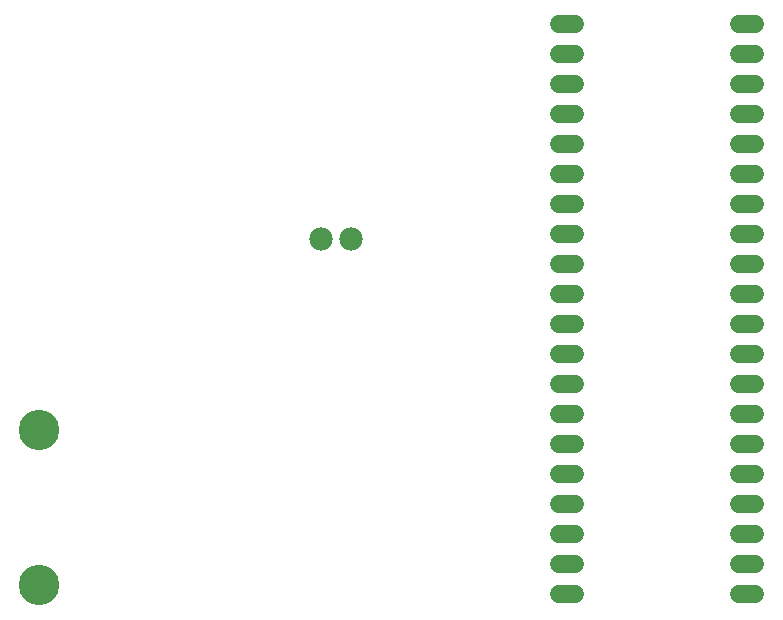
<source format=gbs>
G75*
%MOIN*%
%OFA0B0*%
%FSLAX25Y25*%
%IPPOS*%
%LPD*%
%AMOC8*
5,1,8,0,0,1.08239X$1,22.5*
%
%ADD10C,0.05950*%
%ADD11C,0.06306*%
%ADD12C,0.07800*%
%ADD13C,0.13500*%
D10*
X0214975Y0019365D02*
X0220525Y0019365D01*
X0220525Y0029365D02*
X0214975Y0029365D01*
X0214975Y0039365D02*
X0220525Y0039365D01*
X0220525Y0049365D02*
X0214975Y0049365D01*
X0214975Y0059365D02*
X0220525Y0059365D01*
X0220525Y0069365D02*
X0214975Y0069365D01*
X0214975Y0079365D02*
X0220525Y0079365D01*
X0220525Y0089365D02*
X0214975Y0089365D01*
X0214975Y0099365D02*
X0220525Y0099365D01*
X0220525Y0109365D02*
X0214975Y0109365D01*
X0214975Y0119365D02*
X0220525Y0119365D01*
X0220525Y0129365D02*
X0214975Y0129365D01*
X0214975Y0139365D02*
X0220525Y0139365D01*
X0220525Y0149365D02*
X0214975Y0149365D01*
X0214975Y0159365D02*
X0220525Y0159365D01*
X0220525Y0169365D02*
X0214975Y0169365D01*
X0214975Y0179365D02*
X0220525Y0179365D01*
X0220525Y0189365D02*
X0214975Y0189365D01*
X0214975Y0199365D02*
X0220525Y0199365D01*
X0220525Y0209365D02*
X0214975Y0209365D01*
X0274975Y0209365D02*
X0280525Y0209365D01*
X0280525Y0199365D02*
X0274975Y0199365D01*
X0274975Y0189365D02*
X0280525Y0189365D01*
X0280525Y0179365D02*
X0274975Y0179365D01*
X0274975Y0169365D02*
X0280525Y0169365D01*
X0280525Y0159365D02*
X0274975Y0159365D01*
X0274975Y0149365D02*
X0280525Y0149365D01*
X0280525Y0139365D02*
X0274975Y0139365D01*
X0274975Y0129365D02*
X0280525Y0129365D01*
X0280525Y0119365D02*
X0274975Y0119365D01*
X0274975Y0109365D02*
X0280525Y0109365D01*
X0280525Y0099365D02*
X0274975Y0099365D01*
X0274975Y0089365D02*
X0280525Y0089365D01*
X0280525Y0079365D02*
X0274975Y0079365D01*
X0274975Y0069365D02*
X0280525Y0069365D01*
X0280525Y0059365D02*
X0274975Y0059365D01*
X0274975Y0049365D02*
X0280525Y0049365D01*
X0280525Y0039365D02*
X0274975Y0039365D01*
X0274975Y0029365D02*
X0280525Y0029365D01*
X0280525Y0019365D02*
X0274975Y0019365D01*
D11*
X0277750Y0019365D03*
X0277750Y0029365D03*
X0277750Y0039365D03*
X0277750Y0049365D03*
X0277750Y0059365D03*
X0277750Y0069365D03*
X0277750Y0079365D03*
X0277750Y0089365D03*
X0277750Y0099365D03*
X0277750Y0109365D03*
X0277750Y0119365D03*
X0277750Y0129365D03*
X0277750Y0139365D03*
X0277750Y0149365D03*
X0277750Y0159365D03*
X0277750Y0169365D03*
X0277750Y0179365D03*
X0277750Y0189365D03*
X0277750Y0199365D03*
X0277750Y0209365D03*
X0217750Y0209365D03*
X0217750Y0199365D03*
X0217750Y0189365D03*
X0217750Y0179365D03*
X0217750Y0169365D03*
X0217750Y0159365D03*
X0217750Y0149365D03*
X0217750Y0139365D03*
X0217750Y0129365D03*
X0217750Y0119365D03*
X0217750Y0109365D03*
X0217750Y0099365D03*
X0217750Y0089365D03*
X0217750Y0079365D03*
X0217750Y0069365D03*
X0217750Y0059365D03*
X0217750Y0049365D03*
X0217750Y0039365D03*
X0217750Y0029365D03*
X0217750Y0019365D03*
D12*
X0145750Y0137865D03*
X0135750Y0137865D03*
D13*
X0041750Y0022515D03*
X0041750Y0074215D03*
M02*

</source>
